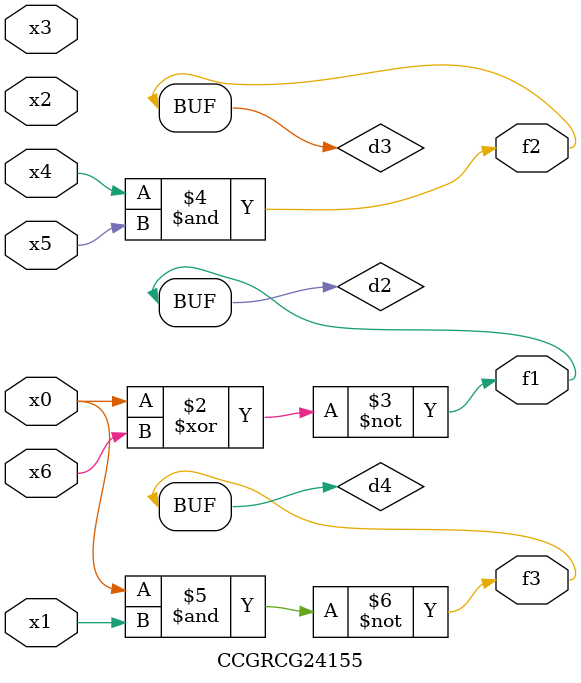
<source format=v>
module CCGRCG24155(
	input x0, x1, x2, x3, x4, x5, x6,
	output f1, f2, f3
);

	wire d1, d2, d3, d4;

	nor (d1, x0);
	xnor (d2, x0, x6);
	and (d3, x4, x5);
	nand (d4, x0, x1);
	assign f1 = d2;
	assign f2 = d3;
	assign f3 = d4;
endmodule

</source>
